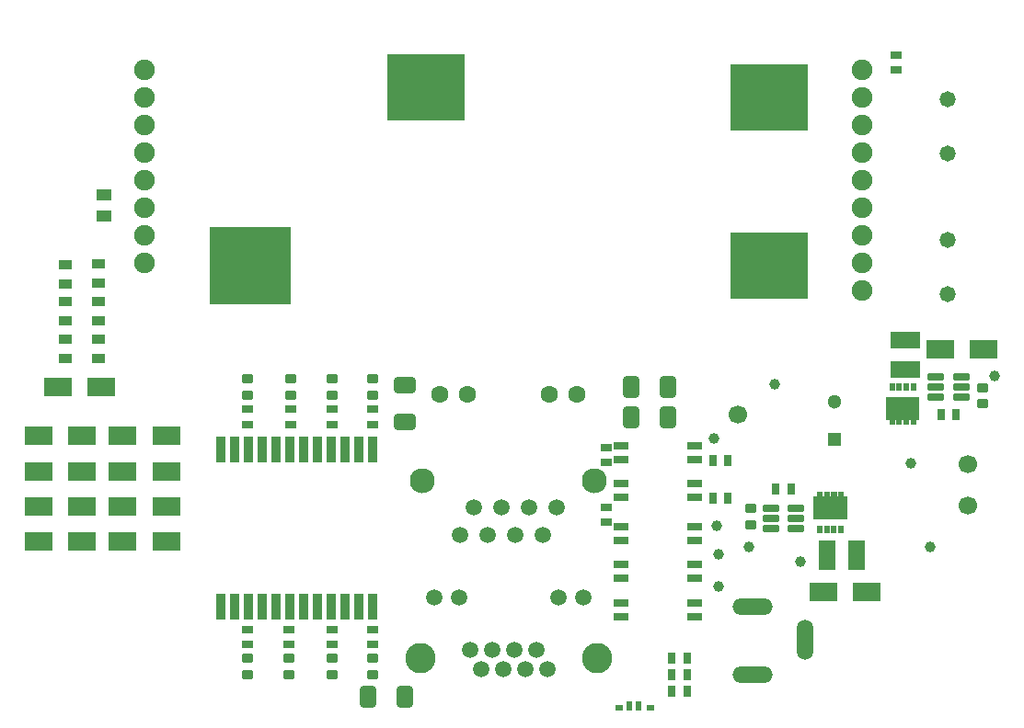
<source format=gts>
G04*
G04 #@! TF.GenerationSoftware,Altium Limited,Altium Designer,21.9.2 (33)*
G04*
G04 Layer_Color=8388736*
%FSLAX25Y25*%
%MOIN*%
G70*
G04*
G04 #@! TF.SameCoordinates,A931A818-BB6D-4574-95B4-AFF3B552838C*
G04*
G04*
G04 #@! TF.FilePolarity,Negative*
G04*
G01*
G75*
%ADD35R,0.28346X0.24410*%
%ADD36R,0.28347X0.24410*%
%ADD37R,0.29528X0.28406*%
%ADD38R,0.05272X0.02672*%
%ADD39R,0.03937X0.03150*%
%ADD40R,0.03386X0.09409*%
%ADD41C,0.03937*%
G04:AMPARAMS|DCode=42|XSize=76.77mil|YSize=57.09mil|CornerRadius=8.61mil|HoleSize=0mil|Usage=FLASHONLY|Rotation=90.000|XOffset=0mil|YOffset=0mil|HoleType=Round|Shape=RoundedRectangle|*
%AMROUNDEDRECTD42*
21,1,0.07677,0.03986,0,0,90.0*
21,1,0.05955,0.05709,0,0,90.0*
1,1,0.01722,0.01993,0.02977*
1,1,0.01722,0.01993,-0.02977*
1,1,0.01722,-0.01993,-0.02977*
1,1,0.01722,-0.01993,0.02977*
%
%ADD42ROUNDEDRECTD42*%
G04:AMPARAMS|DCode=43|XSize=39.37mil|YSize=31.5mil|CornerRadius=5.41mil|HoleSize=0mil|Usage=FLASHONLY|Rotation=0.000|XOffset=0mil|YOffset=0mil|HoleType=Round|Shape=RoundedRectangle|*
%AMROUNDEDRECTD43*
21,1,0.03937,0.02067,0,0,0.0*
21,1,0.02854,0.03150,0,0,0.0*
1,1,0.01083,0.01427,-0.01034*
1,1,0.01083,-0.01427,-0.01034*
1,1,0.01083,-0.01427,0.01034*
1,1,0.01083,0.01427,0.01034*
%
%ADD43ROUNDEDRECTD43*%
G04:AMPARAMS|DCode=44|XSize=76.77mil|YSize=57.09mil|CornerRadius=8.61mil|HoleSize=0mil|Usage=FLASHONLY|Rotation=180.000|XOffset=0mil|YOffset=0mil|HoleType=Round|Shape=RoundedRectangle|*
%AMROUNDEDRECTD44*
21,1,0.07677,0.03986,0,0,180.0*
21,1,0.05955,0.05709,0,0,180.0*
1,1,0.01722,-0.02977,0.01993*
1,1,0.01722,0.02977,0.01993*
1,1,0.01722,0.02977,-0.01993*
1,1,0.01722,-0.02977,-0.01993*
%
%ADD44ROUNDEDRECTD44*%
%ADD45R,0.03150X0.03937*%
%ADD46R,0.02756X0.02362*%
%ADD47R,0.02126X0.03347*%
%ADD48R,0.05827X0.04016*%
%ADD49R,0.10236X0.07087*%
%ADD50R,0.02087X0.02756*%
%ADD51R,0.05118X0.03543*%
%ADD52R,0.11102X0.06417*%
%ADD53R,0.10236X0.07087*%
G04:AMPARAMS|DCode=54|XSize=61.02mil|YSize=27.17mil|CornerRadius=4.87mil|HoleSize=0mil|Usage=FLASHONLY|Rotation=180.000|XOffset=0mil|YOffset=0mil|HoleType=Round|Shape=RoundedRectangle|*
%AMROUNDEDRECTD54*
21,1,0.06102,0.01742,0,0,180.0*
21,1,0.05128,0.02717,0,0,180.0*
1,1,0.00974,-0.02564,0.00871*
1,1,0.00974,0.02564,0.00871*
1,1,0.00974,0.02564,-0.00871*
1,1,0.00974,-0.02564,-0.00871*
%
%ADD54ROUNDEDRECTD54*%
%ADD55R,0.06417X0.11102*%
%ADD56C,0.00394*%
%ADD57R,0.05118X0.05118*%
%ADD58C,0.05118*%
%ADD59C,0.05794*%
%ADD60C,0.05906*%
%ADD61C,0.11024*%
%ADD62C,0.06693*%
%ADD63C,0.09055*%
%ADD64C,0.06299*%
%ADD65C,0.07480*%
%ADD66C,0.06694*%
%ADD67O,0.14567X0.05906*%
%ADD68O,0.05906X0.14567*%
G36*
X292854Y80315D02*
Y82087D01*
X294941D01*
Y80315D01*
X295413D01*
Y82087D01*
X297500D01*
Y80315D01*
X297972D01*
Y82087D01*
X300059D01*
Y80315D01*
X300532D01*
Y82087D01*
X302618D01*
Y80315D01*
X303839D01*
Y72047D01*
X291634D01*
Y80315D01*
X292854D01*
D02*
G37*
G36*
X328799Y108268D02*
Y106496D01*
X326713D01*
Y108268D01*
X326240D01*
Y106496D01*
X324153D01*
Y108268D01*
X323681D01*
Y106496D01*
X321595D01*
Y108268D01*
X321122D01*
Y106496D01*
X319035D01*
Y108268D01*
X317815D01*
Y116535D01*
X330020D01*
Y108268D01*
X328799D01*
D02*
G37*
D35*
X275590Y225138D02*
D03*
X151181Y228681D02*
D03*
D36*
X275590Y164114D02*
D03*
D37*
X87599Y164144D02*
D03*
D38*
X248586Y80177D02*
D03*
Y85177D02*
D03*
X221886D02*
D03*
Y80177D02*
D03*
X248586Y93957D02*
D03*
Y98957D02*
D03*
X221886D02*
D03*
Y93957D02*
D03*
Y41870D02*
D03*
Y36870D02*
D03*
X248586D02*
D03*
Y41870D02*
D03*
X221886Y69429D02*
D03*
Y64429D02*
D03*
X248586D02*
D03*
Y69429D02*
D03*
X221886Y55650D02*
D03*
Y50650D02*
D03*
X248586D02*
D03*
Y55650D02*
D03*
D39*
X216535Y76575D02*
D03*
Y71063D02*
D03*
Y98228D02*
D03*
Y92716D02*
D03*
X321654Y240551D02*
D03*
Y235039D02*
D03*
X86614Y112008D02*
D03*
Y106496D02*
D03*
X102362Y112008D02*
D03*
Y106496D02*
D03*
X117126Y112008D02*
D03*
Y106496D02*
D03*
X131890Y112008D02*
D03*
Y106496D02*
D03*
Y26772D02*
D03*
Y32283D02*
D03*
X117126Y26772D02*
D03*
Y32283D02*
D03*
X101378Y26772D02*
D03*
Y32283D02*
D03*
X86614Y26772D02*
D03*
Y32283D02*
D03*
D40*
X131831Y40394D02*
D03*
X126831D02*
D03*
X121831D02*
D03*
X116831D02*
D03*
X111831D02*
D03*
X106831D02*
D03*
X101831D02*
D03*
X96831D02*
D03*
X91831D02*
D03*
X86831D02*
D03*
X81831D02*
D03*
X76831D02*
D03*
Y97402D02*
D03*
X81831D02*
D03*
X86831D02*
D03*
X91831D02*
D03*
X96831D02*
D03*
X101831D02*
D03*
X106831D02*
D03*
X111831D02*
D03*
X116831D02*
D03*
X121831D02*
D03*
X126831D02*
D03*
X131831D02*
D03*
D41*
X357283Y124016D02*
D03*
X268110Y62205D02*
D03*
X277559Y121260D02*
D03*
X256693Y69685D02*
D03*
X257087Y59449D02*
D03*
X255512Y101575D02*
D03*
X257087Y47638D02*
D03*
X326772Y92520D02*
D03*
X333858Y62205D02*
D03*
X287008Y56693D02*
D03*
D42*
X238976Y109252D02*
D03*
X225590D02*
D03*
X238976Y120079D02*
D03*
X225590D02*
D03*
X130118Y7874D02*
D03*
X143504D02*
D03*
D43*
X86614Y117126D02*
D03*
Y123031D02*
D03*
X102362Y117126D02*
D03*
Y123031D02*
D03*
X117126Y117126D02*
D03*
Y123031D02*
D03*
X131890Y117126D02*
D03*
Y123031D02*
D03*
Y21654D02*
D03*
Y15748D02*
D03*
X117126Y21654D02*
D03*
Y15748D02*
D03*
X101378Y21654D02*
D03*
Y15748D02*
D03*
X86614Y21654D02*
D03*
Y15748D02*
D03*
X352756Y113976D02*
D03*
Y119882D02*
D03*
X268898Y76181D02*
D03*
Y70276D02*
D03*
D44*
X143701Y120866D02*
D03*
Y107480D02*
D03*
D45*
X255118Y79724D02*
D03*
X260630D02*
D03*
X240354Y9843D02*
D03*
X245866D02*
D03*
X240354Y15748D02*
D03*
X245866D02*
D03*
X255118Y93504D02*
D03*
X260630D02*
D03*
X240354Y21654D02*
D03*
X245866D02*
D03*
X343307Y110236D02*
D03*
X337795D02*
D03*
X277953Y83071D02*
D03*
X283465D02*
D03*
D46*
X221063Y3937D02*
D03*
X232559D02*
D03*
D47*
X224803Y4429D02*
D03*
X228346D02*
D03*
D48*
X34449Y182264D02*
D03*
Y189784D02*
D03*
D49*
X26575Y89567D02*
D03*
X10827D02*
D03*
X57087D02*
D03*
X41339D02*
D03*
X57087Y102362D02*
D03*
X41339D02*
D03*
X26575D02*
D03*
X10827D02*
D03*
X17717Y120079D02*
D03*
X33465D02*
D03*
X26575Y63976D02*
D03*
X10827D02*
D03*
X57087D02*
D03*
X41339D02*
D03*
X57087Y76772D02*
D03*
X41339D02*
D03*
X26575D02*
D03*
X10827D02*
D03*
D50*
X320079Y120079D02*
D03*
X322638D02*
D03*
X325197D02*
D03*
X327756D02*
D03*
X301575Y68504D02*
D03*
X299016D02*
D03*
X296457D02*
D03*
X293898D02*
D03*
D51*
X32480Y164961D02*
D03*
Y157874D02*
D03*
Y151181D02*
D03*
Y144095D02*
D03*
X32480Y137402D02*
D03*
Y130315D02*
D03*
X20669Y164567D02*
D03*
Y157480D02*
D03*
Y151181D02*
D03*
Y144095D02*
D03*
Y137402D02*
D03*
Y130315D02*
D03*
D52*
X324803Y126610D02*
D03*
Y137169D02*
D03*
D53*
X353346Y133858D02*
D03*
X337598D02*
D03*
X311024Y45669D02*
D03*
X295276D02*
D03*
D54*
X336004Y116339D02*
D03*
Y120079D02*
D03*
Y123819D02*
D03*
X345098D02*
D03*
Y120079D02*
D03*
Y116339D02*
D03*
X285256Y76181D02*
D03*
Y72441D02*
D03*
Y68701D02*
D03*
X276161D02*
D03*
Y72441D02*
D03*
Y76181D02*
D03*
D55*
X296689Y59055D02*
D03*
X307248D02*
D03*
D56*
X23622Y39370D02*
D03*
X338583D02*
D03*
X206102Y7756D02*
D03*
X156102D02*
D03*
X338583Y248031D02*
D03*
X23622D02*
D03*
X203602Y101378D02*
D03*
X158602D02*
D03*
X51181Y254035D02*
D03*
Y135728D02*
D03*
X307087D02*
D03*
Y254035D02*
D03*
D57*
X299213Y100984D02*
D03*
D58*
Y114764D02*
D03*
D59*
X340158Y153937D02*
D03*
Y173622D02*
D03*
Y224410D02*
D03*
Y204724D02*
D03*
D60*
X195158Y17756D02*
D03*
X187126D02*
D03*
X179095D02*
D03*
X171063D02*
D03*
X191142Y24764D02*
D03*
X183110D02*
D03*
X175079D02*
D03*
X167047D02*
D03*
X154095Y43701D02*
D03*
X163110D02*
D03*
X199094D02*
D03*
X208110D02*
D03*
X198603Y76378D02*
D03*
X163603Y66378D02*
D03*
X168603Y76378D02*
D03*
X173603Y66378D02*
D03*
X178603Y76378D02*
D03*
X183602Y66378D02*
D03*
X188603Y76378D02*
D03*
X193603Y66378D02*
D03*
D61*
X149094Y21772D02*
D03*
X213110D02*
D03*
D62*
X264173Y110236D02*
D03*
D63*
X212264Y86221D02*
D03*
X149941D02*
D03*
D64*
X206004Y117520D02*
D03*
X195965D02*
D03*
X166240D02*
D03*
X156201D02*
D03*
D65*
X49134Y235020D02*
D03*
Y225020D02*
D03*
Y215020D02*
D03*
Y205020D02*
D03*
Y195020D02*
D03*
Y185020D02*
D03*
Y175020D02*
D03*
Y165020D02*
D03*
X309134Y235020D02*
D03*
Y225020D02*
D03*
Y215020D02*
D03*
Y205020D02*
D03*
Y195020D02*
D03*
Y185020D02*
D03*
Y175020D02*
D03*
Y165020D02*
D03*
Y155020D02*
D03*
D66*
X347441Y92146D02*
D03*
Y77146D02*
D03*
D67*
X269685Y40354D02*
D03*
Y15748D02*
D03*
D68*
X288583Y28543D02*
D03*
M02*

</source>
